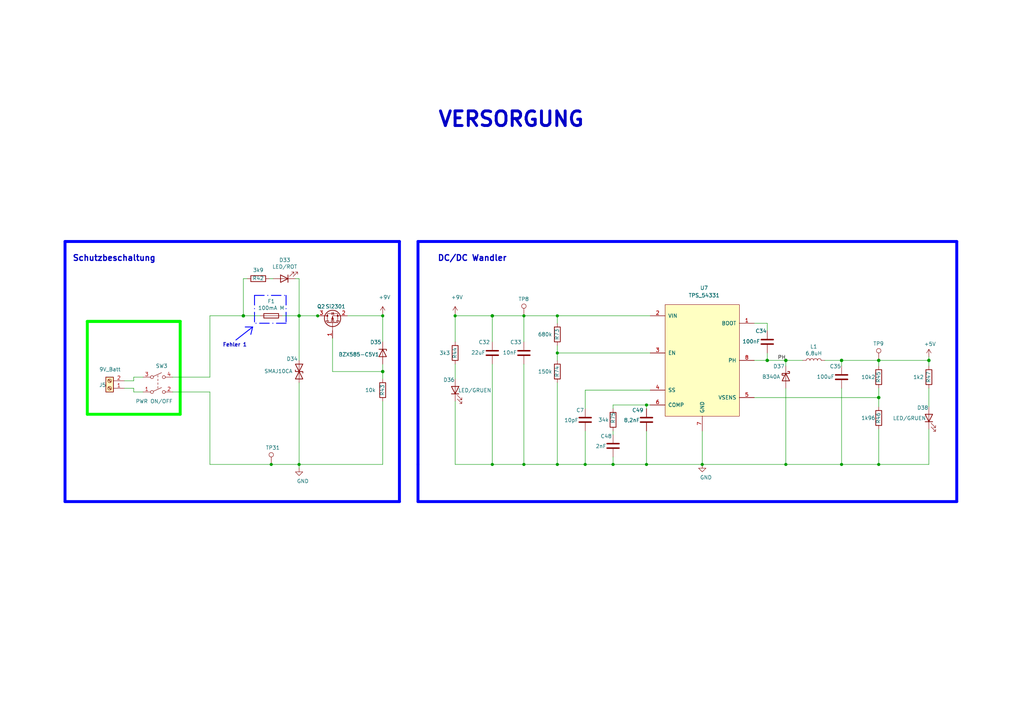
<source format=kicad_sch>
(kicad_sch (version 20210126) (generator eeschema)
  (paper "User" 350.012 247.498)
  (title_block (title "Kabeltester") (company "BMK Group") (comment 1 "Erstellt: Maximilian Hoffmann") (comment 2 "Geprüft: Robert Schulz"))
  (lib_symbols
    (symbol "Connector:TestPoint" (pin_numbers hide) (pin_names (offset 0.762) hide)
      (property "Reference" "TP" (at 0 6.858 0))
      (property "Value" "TestPoint" (at 0 5.08 0))
      (symbol "TestPoint_0_1"
        (circle (center 0 3.302) (radius 0.762))
      )
      (symbol "TestPoint_1_1"
        (pin passive line (at 0 0 90) (length 2.54) (name "1") (number "1"))
      )
    )
    (symbol "Connector_-_Kopie:Screw_Terminal_01x02" (pin_names (offset 1.016) hide)
      (property "Reference" "J" (at 0 2.54 0))
      (property "Value" "Screw_Terminal_01x02" (at 0 -5.08 0))
      (symbol "Screw_Terminal_01x02_1_1"
        (circle (center 0 -2.54) (radius 0.635) (stroke (width 0.1524)))
        (circle (center 0 0) (radius 0.635) (stroke (width 0.1524)))
        (rectangle (start -1.27 1.27) (end 1.27 -3.81) (stroke (width 0.254)) (fill (type background)))
        (polyline (pts (xy -0.5334 -2.2098) (xy 0.3302 -3.048)) (stroke (width 0.1524)))
        (polyline (pts (xy -0.5334 0.3302) (xy 0.3302 -0.508)) (stroke (width 0.1524)))
        (polyline (pts (xy -0.3556 -2.032) (xy 0.508 -2.8702)) (stroke (width 0.1524)))
        (polyline (pts (xy -0.3556 0.508) (xy 0.508 -0.3302)) (stroke (width 0.1524)))
        (pin passive line (at -5.08 0 0) (length 3.81) (name "Pin_1") (number "1"))
        (pin passive line (at -5.08 -2.54 0) (length 3.81) (name "Pin_2") (number "2"))
      )
    )
    (symbol "Device:C" (pin_numbers hide) (pin_names (offset 0.254))
      (property "Reference" "C" (at 0.635 2.54 0))
      (property "Value" "C" (at 0.635 -2.54 0))
      (symbol "C_0_1"
        (polyline (pts (xy -2.032 -0.762) (xy 2.032 -0.762)) (stroke (width 0.508)))
        (polyline (pts (xy -2.032 0.762) (xy 2.032 0.762)) (stroke (width 0.508)))
      )
      (symbol "C_1_1"
        (pin passive line (at 0 3.81 270) (length 2.794) (name "~") (number "1"))
        (pin passive line (at 0 -3.81 90) (length 2.794) (name "~") (number "2"))
      )
    )
    (symbol "Device:C_1" (pin_numbers hide) (pin_names (offset 0.254))
      (property "Reference" "C" (at 0.635 2.54 0))
      (property "Value" "C" (at 0.635 -2.54 0))
      (symbol "C_1_0_1"
        (polyline (pts (xy -2.032 -0.762) (xy 2.032 -0.762)) (stroke (width 0.508)))
        (polyline (pts (xy -2.032 0.762) (xy 2.032 0.762)) (stroke (width 0.508)))
      )
      (symbol "C_1_1_1"
        (pin passive line (at 0 3.81 270) (length 2.794) (name "~") (number "1"))
        (pin passive line (at 0 -3.81 90) (length 2.794) (name "~") (number "2"))
      )
    )
    (symbol "Device:C_2" (pin_numbers hide) (pin_names (offset 0.254))
      (property "Reference" "C" (at 0.635 2.54 0))
      (property "Value" "C" (at 0.635 -2.54 0))
      (symbol "C_2_0_1"
        (polyline (pts (xy -2.032 -0.762) (xy 2.032 -0.762)) (stroke (width 0.508)))
        (polyline (pts (xy -2.032 0.762) (xy 2.032 0.762)) (stroke (width 0.508)))
      )
      (symbol "C_2_1_1"
        (pin passive line (at 0 3.81 270) (length 2.794) (name "~") (number "1"))
        (pin passive line (at 0 -3.81 90) (length 2.794) (name "~") (number "2"))
      )
    )
    (symbol "Device:C_3" (pin_numbers hide) (pin_names (offset 0.254))
      (property "Reference" "C" (at 0.635 2.54 0))
      (property "Value" "C" (at 0.635 -2.54 0))
      (symbol "C_3_0_1"
        (polyline (pts (xy -2.032 -0.762) (xy 2.032 -0.762)) (stroke (width 0.508)))
        (polyline (pts (xy -2.032 0.762) (xy 2.032 0.762)) (stroke (width 0.508)))
      )
      (symbol "C_3_1_1"
        (pin passive line (at 0 3.81 270) (length 2.794) (name "~") (number "1"))
        (pin passive line (at 0 -3.81 90) (length 2.794) (name "~") (number "2"))
      )
    )
    (symbol "Device:C_4" (pin_numbers hide) (pin_names (offset 0.254))
      (property "Reference" "C" (at 0.635 2.54 0))
      (property "Value" "C" (at 0.635 -2.54 0))
      (symbol "C_4_0_1"
        (polyline (pts (xy -2.032 -0.762) (xy 2.032 -0.762)) (stroke (width 0.508)))
        (polyline (pts (xy -2.032 0.762) (xy 2.032 0.762)) (stroke (width 0.508)))
      )
      (symbol "C_4_1_1"
        (pin passive line (at 0 3.81 270) (length 2.794) (name "~") (number "1"))
        (pin passive line (at 0 -3.81 90) (length 2.794) (name "~") (number "2"))
      )
    )
    (symbol "Device:C_5" (pin_numbers hide) (pin_names (offset 0.254))
      (property "Reference" "C" (at 0.635 2.54 0))
      (property "Value" "C" (at 0.635 -2.54 0))
      (symbol "C_5_0_1"
        (polyline (pts (xy -2.032 -0.762) (xy 2.032 -0.762)) (stroke (width 0.508)))
        (polyline (pts (xy -2.032 0.762) (xy 2.032 0.762)) (stroke (width 0.508)))
      )
      (symbol "C_5_1_1"
        (pin passive line (at 0 3.81 270) (length 2.794) (name "~") (number "1"))
        (pin passive line (at 0 -3.81 90) (length 2.794) (name "~") (number "2"))
      )
    )
    (symbol "Device:C_6" (pin_numbers hide) (pin_names (offset 0.254))
      (property "Reference" "C" (at 0.635 2.54 0))
      (property "Value" "C" (at 0.635 -2.54 0))
      (symbol "C_6_0_1"
        (polyline (pts (xy -2.032 -0.762) (xy 2.032 -0.762)) (stroke (width 0.508)))
        (polyline (pts (xy -2.032 0.762) (xy 2.032 0.762)) (stroke (width 0.508)))
      )
      (symbol "C_6_1_1"
        (pin passive line (at 0 3.81 270) (length 2.794) (name "~") (number "1"))
        (pin passive line (at 0 -3.81 90) (length 2.794) (name "~") (number "2"))
      )
    )
    (symbol "Device:D_Schottky" (pin_numbers hide) (pin_names (offset 1.016) hide)
      (property "Reference" "D" (at 0 2.54 0))
      (property "Value" "D_Schottky" (at 0 -2.54 0))
      (symbol "D_Schottky_0_1"
        (polyline (pts (xy 1.27 0) (xy -1.27 0)))
        (polyline (pts (xy 1.27 1.27) (xy 1.27 -1.27) (xy -1.27 0) (xy 1.27 1.27)) (stroke (width 0.254)))
        (polyline (pts (xy -1.905 0.635) (xy -1.905 1.27) (xy -1.27 1.27) (xy -1.27 -1.27) (xy -0.635 -1.27) (xy -0.635 -0.635)) (stroke (width 0.254)))
      )
      (symbol "D_Schottky_1_1"
        (pin passive line (at -3.81 0 0) (length 2.54) (name "K") (number "1"))
        (pin passive line (at 3.81 0 180) (length 2.54) (name "A") (number "2"))
      )
    )
    (symbol "Device:D_TVS" (pin_numbers hide) (pin_names (offset 1.016) hide)
      (property "Reference" "D" (at 0 2.54 0))
      (property "Value" "D_TVS" (at 0 -2.54 0))
      (symbol "D_TVS_0_1"
        (polyline (pts (xy 1.27 0) (xy -1.27 0)))
        (polyline (pts (xy 0.508 1.27) (xy 0 1.27) (xy 0 -1.27) (xy -0.508 -1.27)) (stroke (width 0.254)))
        (polyline (pts (xy -2.54 1.27) (xy -2.54 -1.27) (xy 2.54 1.27) (xy 2.54 -1.27) (xy -2.54 1.27)) (stroke (width 0.254)))
      )
      (symbol "D_TVS_1_1"
        (pin passive line (at -3.81 0 0) (length 2.54) (name "A1") (number "1"))
        (pin passive line (at 3.81 0 180) (length 2.54) (name "A2") (number "2"))
      )
    )
    (symbol "Device:Fuse" (pin_numbers hide) (pin_names (offset 0))
      (property "Reference" "F" (at 2.032 0 90))
      (property "Value" "Fuse" (at -1.905 0 90))
      (symbol "Fuse_0_1"
        (rectangle (start -0.762 -2.54) (end 0.762 2.54) (stroke (width 0.254)))
        (polyline (pts (xy 0 2.54) (xy 0 -2.54)))
      )
      (symbol "Fuse_1_1"
        (pin passive line (at 0 3.81 270) (length 1.27) (name "~") (number "1"))
        (pin passive line (at 0 -3.81 90) (length 1.27) (name "~") (number "2"))
      )
    )
    (symbol "Device:L" (pin_numbers hide) (pin_names (offset 1.016) hide)
      (property "Reference" "L" (at -1.27 0 90))
      (property "Value" "L" (at 1.905 0 90))
      (symbol "L_0_1"
        (arc (start 0 -2.54) (end 0 -1.27) (radius (at 0 -1.905) (length 0.635) (angles -89.9 89.9)))
        (arc (start 0 -1.27) (end 0 0) (radius (at 0 -0.635) (length 0.635) (angles -89.9 89.9)))
        (arc (start 0 0) (end 0 1.27) (radius (at 0 0.635) (length 0.635) (angles -89.9 89.9)))
        (arc (start 0 1.27) (end 0 2.54) (radius (at 0 1.905) (length 0.635) (angles -89.9 89.9)))
      )
      (symbol "L_1_1"
        (pin passive line (at 0 3.81 270) (length 1.27) (name "1") (number "1"))
        (pin passive line (at 0 -3.81 90) (length 1.27) (name "2") (number "2"))
      )
    )
    (symbol "Device:LED" (pin_numbers hide) (pin_names (offset 1.016) hide)
      (property "Reference" "D" (at 0 2.54 0))
      (property "Value" "LED" (at 0 -2.54 0))
      (symbol "LED_0_1"
        (polyline (pts (xy -1.27 -1.27) (xy -1.27 1.27)) (stroke (width 0.254)))
        (polyline (pts (xy -1.27 0) (xy 1.27 0)))
        (polyline (pts (xy 1.27 -1.27) (xy 1.27 1.27) (xy -1.27 0) (xy 1.27 -1.27)) (stroke (width 0.254)))
        (polyline (pts (xy -3.048 -0.762) (xy -4.572 -2.286) (xy -3.81 -2.286) (xy -4.572 -2.286) (xy -4.572 -1.524)))
        (polyline (pts (xy -1.778 -0.762) (xy -3.302 -2.286) (xy -2.54 -2.286) (xy -3.302 -2.286) (xy -3.302 -1.524)))
      )
      (symbol "LED_1_1"
        (pin passive line (at -3.81 0 0) (length 2.54) (name "K") (number "1"))
        (pin passive line (at 3.81 0 180) (length 2.54) (name "A") (number "2"))
      )
    )
    (symbol "Device:R" (pin_numbers hide) (pin_names (offset 0))
      (property "Reference" "R" (at 2.032 0 90))
      (property "Value" "R" (at 0 0 90))
      (symbol "R_0_1"
        (rectangle (start -1.016 -2.54) (end 1.016 2.54) (stroke (width 0.254)))
      )
      (symbol "R_1_1"
        (pin passive line (at 0 3.81 270) (length 1.27) (name "~") (number "1"))
        (pin passive line (at 0 -3.81 90) (length 1.27) (name "~") (number "2"))
      )
    )
    (symbol "Device:R_1" (pin_numbers hide) (pin_names (offset 0))
      (property "Reference" "R" (at 2.032 0 90))
      (property "Value" "R" (at 0 0 90))
      (symbol "R_1_0_1"
        (rectangle (start -1.016 -2.54) (end 1.016 2.54) (stroke (width 0.254)))
      )
      (symbol "R_1_1_1"
        (pin passive line (at 0 3.81 270) (length 1.27) (name "~") (number "1"))
        (pin passive line (at 0 -3.81 90) (length 1.27) (name "~") (number "2"))
      )
    )
    (symbol "Device:R_2" (pin_numbers hide) (pin_names (offset 0))
      (property "Reference" "R" (at 2.032 0 90))
      (property "Value" "R" (at 0 0 90))
      (symbol "R_2_0_1"
        (rectangle (start -1.016 -2.54) (end 1.016 2.54) (stroke (width 0.254)))
      )
      (symbol "R_2_1_1"
        (pin passive line (at 0 3.81 270) (length 1.27) (name "~") (number "1"))
        (pin passive line (at 0 -3.81 90) (length 1.27) (name "~") (number "2"))
      )
    )
    (symbol "Device:R_3" (pin_numbers hide) (pin_names (offset 0))
      (property "Reference" "R" (at 2.032 0 90))
      (property "Value" "R" (at 0 0 90))
      (symbol "R_3_0_1"
        (rectangle (start -1.016 -2.54) (end 1.016 2.54) (stroke (width 0.254)))
      )
      (symbol "R_3_1_1"
        (pin passive line (at 0 3.81 270) (length 1.27) (name "~") (number "1"))
        (pin passive line (at 0 -3.81 90) (length 1.27) (name "~") (number "2"))
      )
    )
    (symbol "Device:R_4" (pin_numbers hide) (pin_names (offset 0))
      (property "Reference" "R" (at 2.032 0 90))
      (property "Value" "R" (at 0 0 90))
      (symbol "R_4_0_1"
        (rectangle (start -1.016 -2.54) (end 1.016 2.54) (stroke (width 0.254)))
      )
      (symbol "R_4_1_1"
        (pin passive line (at 0 3.81 270) (length 1.27) (name "~") (number "1"))
        (pin passive line (at 0 -3.81 90) (length 1.27) (name "~") (number "2"))
      )
    )
    (symbol "Device:R_5" (pin_numbers hide) (pin_names (offset 0))
      (property "Reference" "R" (at 2.032 0 90))
      (property "Value" "R" (at 0 0 90))
      (symbol "R_5_0_1"
        (rectangle (start -1.016 -2.54) (end 1.016 2.54) (stroke (width 0.254)))
      )
      (symbol "R_5_1_1"
        (pin passive line (at 0 3.81 270) (length 1.27) (name "~") (number "1"))
        (pin passive line (at 0 -3.81 90) (length 1.27) (name "~") (number "2"))
      )
    )
    (symbol "Device:R_6" (pin_numbers hide) (pin_names (offset 0))
      (property "Reference" "R" (at 2.032 0 90))
      (property "Value" "R" (at 0 0 90))
      (symbol "R_6_0_1"
        (rectangle (start -1.016 -2.54) (end 1.016 2.54) (stroke (width 0.254)))
      )
      (symbol "R_6_1_1"
        (pin passive line (at 0 3.81 270) (length 1.27) (name "~") (number "1"))
        (pin passive line (at 0 -3.81 90) (length 1.27) (name "~") (number "2"))
      )
    )
    (symbol "Device:R_7" (pin_numbers hide) (pin_names (offset 0))
      (property "Reference" "R" (at 2.032 0 90))
      (property "Value" "R" (at 0 0 90))
      (symbol "R_7_0_1"
        (rectangle (start -1.016 -2.54) (end 1.016 2.54) (stroke (width 0.254)))
      )
      (symbol "R_7_1_1"
        (pin passive line (at 0 3.81 270) (length 1.27) (name "~") (number "1"))
        (pin passive line (at 0 -3.81 90) (length 1.27) (name "~") (number "2"))
      )
    )
    (symbol "Device:R_8" (pin_numbers hide) (pin_names (offset 0))
      (property "Reference" "R" (at 2.032 0 90))
      (property "Value" "R" (at 0 0 90))
      (symbol "R_8_0_1"
        (rectangle (start -1.016 -2.54) (end 1.016 2.54) (stroke (width 0.254)))
      )
      (symbol "R_8_1_1"
        (pin passive line (at 0 3.81 270) (length 1.27) (name "~") (number "1"))
        (pin passive line (at 0 -3.81 90) (length 1.27) (name "~") (number "2"))
      )
    )
    (symbol "Diode:ZPDxx" (pin_numbers hide) (pin_names (offset 1.016) hide)
      (property "Reference" "D" (at 0 2.54 0))
      (property "Value" "ZPDxx" (at 0 -2.54 0))
      (symbol "ZPDxx_0_1"
        (polyline (pts (xy 1.27 0) (xy -1.27 0)))
        (polyline (pts (xy -1.27 -1.27) (xy -1.27 1.27) (xy -0.762 1.27)) (stroke (width 0.254)))
        (polyline (pts (xy 1.27 -1.27) (xy 1.27 1.27) (xy -1.27 0) (xy 1.27 -1.27)) (stroke (width 0.254)))
      )
      (symbol "ZPDxx_1_1"
        (pin passive line (at -3.81 0 0) (length 2.54) (name "K") (number "1"))
        (pin passive line (at 3.81 0 180) (length 2.54) (name "A") (number "2"))
      )
    )
    (symbol "Kabeltester:TPS_54331" (pin_names (offset 1.016))
      (property "Reference" "U" (at 0 24.13 0))
      (property "Value" "TPS_54331" (at 0 20.955 0))
      (symbol "TPS_54331_0_1"
        (rectangle (start -12.7 19.05) (end 12.7 -19.05) (fill (type background)))
      )
      (symbol "TPS_54331_1_1"
        (pin bidirectional line (at 17.78 12.7 180) (length 5.08) (name "BOOT") (number "1"))
        (pin bidirectional line (at -17.78 15.24 0) (length 5.08) (name "VIN") (number "2"))
        (pin bidirectional line (at -17.78 2.54 0) (length 5.08) (name "EN") (number "3"))
        (pin bidirectional line (at -17.78 -10.16 0) (length 5.08) (name "SS") (number "4"))
        (pin bidirectional line (at 17.78 -12.7 180) (length 5.08) (name "VSENS") (number "5"))
        (pin bidirectional line (at -17.78 -15.24 0) (length 5.08) (name "COMP") (number "6"))
        (pin bidirectional line (at 0 -24.13 90) (length 5.08) (name "GND") (number "7"))
        (pin bidirectional line (at 17.78 0 180) (length 5.08) (name "PH") (number "8"))
      )
    )
    (symbol "Switch:SW_DPST" (pin_names (offset 0) hide)
      (property "Reference" "SW" (at 0 5.08 0))
      (property "Value" "SW_DPST" (at 0 -5.08 0))
      (symbol "SW_DPST_0_0"
        (circle (center -2.032 -2.54) (radius 0.508))
        (circle (center -2.032 2.54) (radius 0.508))
        (circle (center 2.032 -2.54) (radius 0.508))
        (circle (center 2.032 2.54) (radius 0.508))
        (polyline (pts (xy -1.524 -2.286) (xy 1.27 -1.016)))
        (polyline (pts (xy -1.524 2.794) (xy 1.27 4.064)))
        (polyline (pts (xy 0 -1.27) (xy 0 -0.635)))
        (polyline (pts (xy 0 0) (xy 0 0.635)))
        (polyline (pts (xy 0 1.27) (xy 0 1.905)))
        (polyline (pts (xy 0 2.54) (xy 0 3.175)))
      )
      (symbol "SW_DPST_1_1"
        (pin passive line (at -5.08 -2.54 0) (length 2.54) (name "1") (number "1"))
        (pin passive line (at 5.08 -2.54 180) (length 2.54) (name "2") (number "2"))
        (pin passive line (at -5.08 2.54 0) (length 2.54) (name "3") (number "3"))
        (pin passive line (at 5.08 2.54 180) (length 2.54) (name "4") (number "4"))
      )
    )
    (symbol "Transistor_FET:Si2371EDS" (pin_names hide)
      (property "Reference" "Q" (at 5.08 1.905 0))
      (property "Value" "Si2371EDS" (at 5.08 0 0))
      (symbol "Si2371EDS_0_1"
        (circle (center 1.651 0) (radius 2.794) (stroke (width 0.254)))
        (circle (center 2.54 -1.778) (radius 0.254) (fill (type outline)))
        (circle (center 2.54 1.778) (radius 0.254) (fill (type outline)))
        (polyline (pts (xy 0.254 0) (xy -2.54 0)))
        (polyline (pts (xy 0.254 1.905) (xy 0.254 -1.905)) (stroke (width 0.254)))
        (polyline (pts (xy 0.762 -1.27) (xy 0.762 -2.286)) (stroke (width 0.254)))
        (polyline (pts (xy 0.762 0.508) (xy 0.762 -0.508)) (stroke (width 0.254)))
        (polyline (pts (xy 0.762 2.286) (xy 0.762 1.27)) (stroke (width 0.254)))
        (polyline (pts (xy 2.54 2.54) (xy 2.54 1.778)))
        (polyline (pts (xy 2.54 -2.54) (xy 2.54 0) (xy 0.762 0)))
        (polyline (pts (xy 0.762 1.778) (xy 3.302 1.778) (xy 3.302 -1.778) (xy 0.762 -1.778)))
        (polyline (pts (xy 2.286 0) (xy 1.27 0.381) (xy 1.27 -0.381) (xy 2.286 0)) (fill (type outline)))
        (polyline (pts (xy 2.794 -0.508) (xy 2.921 -0.381) (xy 3.683 -0.381) (xy 3.81 -0.254)))
        (polyline (pts (xy 3.302 -0.381) (xy 2.921 0.254) (xy 3.683 0.254) (xy 3.302 -0.381)))
      )
      (symbol "Si2371EDS_1_1"
        (pin input line (at -5.08 0 0) (length 2.54) (name "G") (number "1"))
        (pin passive line (at 2.54 -5.08 90) (length 2.54) (name "S") (number "2"))
        (pin passive line (at 2.54 5.08 270) (length 2.54) (name "D") (number "3"))
      )
    )
    (symbol "power:+5V" (power) (pin_names (offset 0))
      (property "Value" "+5V" (at 0 3.556 0))
      (symbol "+5V_0_1"
        (polyline (pts (xy -0.762 1.27) (xy 0 2.54)))
        (polyline (pts (xy 0 0) (xy 0 2.54)))
        (polyline (pts (xy 0 2.54) (xy 0.762 1.27)))
      )
      (symbol "+5V_1_1"
        (pin power_in line (at 0 0 90) (length 0) hide (name "+5V") (number "1"))
      )
    )
    (symbol "power:+9V" (power) (pin_names (offset 0))
      (property "Value" "+9V" (at 0 3.556 0))
      (symbol "+9V_0_1"
        (polyline (pts (xy -0.762 1.27) (xy 0 2.54)))
        (polyline (pts (xy 0 0) (xy 0 2.54)))
        (polyline (pts (xy 0 2.54) (xy 0.762 1.27)))
      )
      (symbol "+9V_1_1"
        (pin power_in line (at 0 0 90) (length 0) hide (name "+9V") (number "1"))
      )
    )
    (symbol "power:GND" (power) (pin_names (offset 0))
      (property "Value" "GND" (at 0 -3.81 0))
      (symbol "GND_0_1"
        (polyline (pts (xy 0 0) (xy 0 -1.27) (xy 1.27 -1.27) (xy 0 -2.54) (xy -1.27 -1.27) (xy 0 -1.27)))
      )
      (symbol "GND_1_1"
        (pin power_in line (at 0 0 270) (length 0) hide (name "GND") (number "1"))
      )
    )
  )
  (junction (at 83.185 107.95) (diameter 1.016))
  (junction (at 92.71 158.75) (diameter 0.9144))
  (junction (at 102.235 107.95) (diameter 1.016))
  (junction (at 102.235 158.75) (diameter 0.9144))
  (junction (at 108.585 107.95) (diameter 0.9144))
  (junction (at 130.81 107.95) (diameter 0.9144))
  (junction (at 130.81 127) (diameter 1.016))
  (junction (at 155.575 107.95) (diameter 0.9144))
  (junction (at 168.275 107.95) (diameter 1.016))
  (junction (at 168.275 158.75) (diameter 0.9144))
  (junction (at 179.07 107.95) (diameter 0.9144))
  (junction (at 179.07 158.75) (diameter 0.9144))
  (junction (at 190.5 107.95) (diameter 0.9144))
  (junction (at 190.5 120.65) (diameter 0.9144))
  (junction (at 190.5 158.75) (diameter 0.9144))
  (junction (at 200.025 158.75) (diameter 0.9144))
  (junction (at 209.55 158.75) (diameter 0.9144))
  (junction (at 220.98 138.43) (diameter 0.9144))
  (junction (at 220.98 158.75) (diameter 0.9144))
  (junction (at 240.03 158.75) (diameter 0.9144))
  (junction (at 262.255 123.19) (diameter 1.016))
  (junction (at 268.605 123.19) (diameter 1.016))
  (junction (at 268.605 158.75) (diameter 0.9144))
  (junction (at 287.655 123.19) (diameter 1.016))
  (junction (at 287.655 158.75) (diameter 0.9144))
  (junction (at 300.355 123.19) (diameter 1.016))
  (junction (at 300.355 135.89) (diameter 1.016))
  (junction (at 300.355 158.75) (diameter 0.9144))
  (junction (at 317.5 123.19) (diameter 1.016))
  (wire (pts (xy 42.545 130.175) (xy 45.72 130.175)))
  (wire (pts (xy 42.545 132.715) (xy 45.72 132.715)))
  (wire (pts (xy 45.72 128.905) (xy 48.895 128.905)))
  (wire (pts (xy 45.72 130.175) (xy 45.72 128.905)))
  (wire (pts (xy 45.72 132.715) (xy 45.72 133.985)))
  (wire (pts (xy 45.72 133.985) (xy 48.895 133.985)))
  (wire (pts (xy 59.055 133.985) (xy 71.755 133.985)))
  (wire (pts (xy 71.755 107.95) (xy 71.755 128.905)))
  (wire (pts (xy 71.755 107.95) (xy 83.185 107.95)))
  (wire (pts (xy 71.755 128.905) (xy 59.055 128.905)))
  (wire (pts (xy 71.755 133.985) (xy 71.755 158.75)))
  (wire (pts (xy 71.755 158.75) (xy 92.71 158.75)))
  (wire (pts (xy 83.185 95.25) (xy 83.185 107.95)))
  (wire (pts (xy 83.185 107.95) (xy 88.9 107.95)))
  (wire (pts (xy 84.455 95.25) (xy 83.185 95.25)))
  (wire (pts (xy 92.075 95.25) (xy 93.345 95.25)))
  (wire (pts (xy 92.71 158.75) (xy 102.235 158.75)))
  (wire (pts (xy 96.52 107.95) (xy 102.235 107.95)))
  (wire (pts (xy 100.965 95.25) (xy 102.235 95.25)))
  (wire (pts (xy 102.235 95.25) (xy 102.235 107.95)))
  (wire (pts (xy 102.235 107.95) (xy 102.235 123.19)))
  (wire (pts (xy 102.235 107.95) (xy 108.585 107.95)))
  (wire (pts (xy 102.235 130.81) (xy 102.235 158.75)))
  (wire (pts (xy 102.235 158.75) (xy 102.235 160.02)))
  (wire (pts (xy 102.235 158.75) (xy 130.81 158.75)))
  (wire (pts (xy 108.585 107.95) (xy 109.22 107.95)))
  (wire (pts (xy 113.665 115.57) (xy 113.665 127)))
  (wire (pts (xy 113.665 127) (xy 130.81 127)))
  (wire (pts (xy 118.745 107.95) (xy 130.81 107.95)))
  (wire (pts (xy 130.81 107.315) (xy 130.81 107.95)))
  (wire (pts (xy 130.81 116.84) (xy 130.81 107.95)))
  (wire (pts (xy 130.81 124.46) (xy 130.81 127)))
  (wire (pts (xy 130.81 127) (xy 130.81 129.54)))
  (wire (pts (xy 130.81 137.16) (xy 130.81 158.75)))
  (wire (pts (xy 155.575 107.315) (xy 155.575 107.95)))
  (wire (pts (xy 155.575 107.95) (xy 168.275 107.95)))
  (wire (pts (xy 155.575 116.84) (xy 155.575 107.95)))
  (wire (pts (xy 155.575 124.46) (xy 155.575 129.54)))
  (wire (pts (xy 155.575 137.16) (xy 155.575 158.75)))
  (wire (pts (xy 155.575 158.75) (xy 168.275 158.75)))
  (wire (pts (xy 168.275 107.95) (xy 179.07 107.95)))
  (wire (pts (xy 168.275 116.84) (xy 168.275 107.95)))
  (wire (pts (xy 168.275 124.46) (xy 168.275 158.75)))
  (wire (pts (xy 168.275 158.75) (xy 179.07 158.75)))
  (wire (pts (xy 179.07 107.95) (xy 190.5 107.95)))
  (wire (pts (xy 179.07 116.84) (xy 179.07 107.95)))
  (wire (pts (xy 179.07 124.46) (xy 179.07 158.75)))
  (wire (pts (xy 179.07 158.75) (xy 190.5 158.75)))
  (wire (pts (xy 190.5 107.95) (xy 190.5 110.49)))
  (wire (pts (xy 190.5 107.95) (xy 222.25 107.95)))
  (wire (pts (xy 190.5 118.11) (xy 190.5 120.65)))
  (wire (pts (xy 190.5 120.65) (xy 190.5 123.19)))
  (wire (pts (xy 190.5 120.65) (xy 222.25 120.65)))
  (wire (pts (xy 190.5 130.81) (xy 190.5 158.75)))
  (wire (pts (xy 190.5 158.75) (xy 200.025 158.75)))
  (wire (pts (xy 200.025 133.35) (xy 200.025 139.7)))
  (wire (pts (xy 200.025 133.35) (xy 222.25 133.35)))
  (wire (pts (xy 200.025 147.32) (xy 200.025 158.75)))
  (wire (pts (xy 200.025 158.75) (xy 209.55 158.75)))
  (wire (pts (xy 209.55 138.43) (xy 209.55 139.7)))
  (wire (pts (xy 209.55 138.43) (xy 220.98 138.43)))
  (wire (pts (xy 209.55 147.32) (xy 209.55 148.59)))
  (wire (pts (xy 209.55 156.21) (xy 209.55 158.75)))
  (wire (pts (xy 209.55 158.75) (xy 220.98 158.75)))
  (wire (pts (xy 220.98 138.43) (xy 220.98 139.7)))
  (wire (pts (xy 220.98 138.43) (xy 222.25 138.43)))
  (wire (pts (xy 220.98 147.32) (xy 220.98 158.75)))
  (wire (pts (xy 220.98 158.75) (xy 240.03 158.75)))
  (wire (pts (xy 240.03 147.32) (xy 240.03 158.75)))
  (wire (pts (xy 257.81 110.49) (xy 262.255 110.49)))
  (wire (pts (xy 257.81 123.19) (xy 262.255 123.19)))
  (wire (pts (xy 257.81 135.89) (xy 300.355 135.89)))
  (wire (pts (xy 262.255 110.49) (xy 262.255 113.03)))
  (wire (pts (xy 262.255 123.19) (xy 262.255 120.65)))
  (wire (pts (xy 268.605 123.19) (xy 262.255 123.19)))
  (wire (pts (xy 268.605 123.19) (xy 274.32 123.19)))
  (wire (pts (xy 268.605 125.095) (xy 268.605 123.19)))
  (wire (pts (xy 268.605 132.715) (xy 268.605 158.75)))
  (wire (pts (xy 268.605 158.75) (xy 240.03 158.75)))
  (wire (pts (xy 268.605 158.75) (xy 287.655 158.75)))
  (wire (pts (xy 281.94 123.19) (xy 287.655 123.19)))
  (wire (pts (xy 287.655 123.19) (xy 287.655 125.095)))
  (wire (pts (xy 287.655 132.715) (xy 287.655 158.75)))
  (wire (pts (xy 287.655 158.75) (xy 300.355 158.75)))
  (wire (pts (xy 300.355 123.19) (xy 287.655 123.19)))
  (wire (pts (xy 300.355 123.19) (xy 317.5 123.19)))
  (wire (pts (xy 300.355 125.095) (xy 300.355 123.19)))
  (wire (pts (xy 300.355 132.715) (xy 300.355 135.89)))
  (wire (pts (xy 300.355 135.89) (xy 300.355 139.065)))
  (wire (pts (xy 300.355 146.685) (xy 300.355 158.75)))
  (wire (pts (xy 300.355 158.75) (xy 317.5 158.75)))
  (wire (pts (xy 317.5 121.92) (xy 317.5 123.19)))
  (wire (pts (xy 317.5 125.095) (xy 317.5 123.19)))
  (wire (pts (xy 317.5 132.715) (xy 317.5 139.065)))
  (wire (pts (xy 317.5 146.685) (xy 317.5 158.75)))
  (polyline (pts (xy 22.225 82.55) (xy 22.225 171.45)) (stroke (width 1) (type solid) (color 0 0 255 1)))
  (polyline (pts (xy 22.225 171.45) (xy 136.525 171.45)) (stroke (width 1) (type solid) (color 0 0 255 1)))
  (polyline (pts (xy 29.845 109.855) (xy 61.595 109.855)) (stroke (width 1) (type solid) (color 0 255 0 1)))
  (polyline (pts (xy 29.845 141.605) (xy 29.845 109.855)) (stroke (width 1) (type solid) (color 0 255 0 1)))
  (polyline (pts (xy 29.845 141.605) (xy 61.595 141.605)) (stroke (width 1) (type solid) (color 0 255 0 1)))
  (polyline (pts (xy 61.595 109.855) (xy 29.845 109.855)) (stroke (width 1) (type solid) (color 0 255 0 1)))
  (polyline (pts (xy 61.595 141.605) (xy 61.595 109.855)) (stroke (width 1) (type solid) (color 0 255 0 1)))
  (polyline (pts (xy 80.645 116.205) (xy 86.36 111.76)) (stroke (width 0.3) (type solid) (color 0 0 255 1)))
  (polyline (pts (xy 85.725 114.3) (xy 86.36 111.76)) (stroke (width 0.3) (type solid) (color 0 0 255 1)))
  (polyline (pts (xy 86.36 111.76) (xy 83.82 111.76)) (stroke (width 0.3) (type solid) (color 0 0 255 1)))
  (polyline (pts (xy 86.995 100.965) (xy 86.995 110.49)) (stroke (width 0.3) (type dash_dot) (color 0 0 255 1)))
  (polyline (pts (xy 86.995 100.965) (xy 97.79 100.965)) (stroke (width 0.3) (type dash_dot) (color 0 0 255 1)))
  (polyline (pts (xy 97.79 100.965) (xy 97.79 110.49)) (stroke (width 0.3) (type dash_dot) (color 0 0 255 1)))
  (polyline (pts (xy 97.79 110.49) (xy 86.995 110.49)) (stroke (width 0.3) (type dash_dot) (color 0 0 255 1)))
  (polyline (pts (xy 136.525 82.55) (xy 22.225 82.55)) (stroke (width 1) (type solid) (color 0 0 255 1)))
  (polyline (pts (xy 136.525 171.45) (xy 136.525 82.55)) (stroke (width 1) (type solid) (color 0 0 255 1)))
  (polyline (pts (xy 142.875 82.55) (xy 142.875 158.75)) (stroke (width 1) (type solid) (color 0 0 255 1)))
  (polyline (pts (xy 142.875 82.55) (xy 327.025 82.55)) (stroke (width 1) (type solid) (color 0 0 255 1)))
  (polyline (pts (xy 142.875 158.75) (xy 142.875 171.45)) (stroke (width 1) (type solid) (color 0 0 255 1)))
  (polyline (pts (xy 142.875 171.45) (xy 327.025 171.45)) (stroke (width 1) (type solid) (color 0 0 255 1)))
  (polyline (pts (xy 327.025 171.45) (xy 327.025 82.55)) (stroke (width 1) (type solid) (color 0 0 255 1)))
  (text "Schutzbeschaltung" (at 53.34 89.535 180) (effects (font (size 2 2) (thickness 0.4) bold) (justify right bottom)))
  (text "Fehler 1" (at 84.455 118.745 180) (effects (font (size 1.27 1.27) (thickness 0.254) bold) (justify right bottom)))
  (text "DC/DC Wandler\n" (at 173.355 89.535 180) (effects (font (size 2 2) (thickness 0.4) bold) (justify right bottom)))
  (text "VERSORGUNG\n" (at 200.025 43.815 180) (effects (font (size 5 5) (thickness 1) bold) (justify right bottom)))
  (label "PH" (at 268.605 123.19 180))
  (symbol (lib_id "Connector:TestPoint") (at 92.71 158.75 0) (unit 1)
    (property "Reference" "TP31" (at 90.805 153.035 0) (effects (justify left)))
    (property "Value" "TestPoint" (effects hide))
    (property "Footprint" "TestPoint:TestPoint_Pad_D1.0mm" (effects hide))
    (property "BMK-Nr" "-" (effects hide))
    (property "Mouser" "-" (effects hide))
  )
  (symbol (lib_id "Connector:TestPoint") (at 179.07 107.95 0) (unit 1)
    (property "Reference" "TP8" (at 177.165 102.235 0) (effects (justify left)))
    (property "Value" "TestPoint" (effects hide))
    (property "Footprint" "TestPoint:TestPoint_Pad_D1.0mm" (effects hide))
    (property "BMK-Nr" "-" (effects hide))
    (property "Mouser" "-" (effects hide))
  )
  (symbol (lib_id "Connector:TestPoint") (at 300.355 123.19 0) (unit 1)
    (property "Reference" "TP9" (at 298.45 117.475 0) (effects (justify left)))
    (property "Value" "TestPoint" (effects hide))
    (property "Footprint" "TestPoint:TestPoint_Pad_D1.0mm" (effects hide))
    (property "BMK-Nr" "-" (effects hide))
    (property "Mouser" "-" (effects hide))
  )
  (symbol (lib_id "power:+9V") (at 130.81 107.315 0) (unit 1)
    (property "Reference" "#PWR0126" (effects hide))
    (property "Value" "+9V" (at 131.445 101.6 0))
  )
  (symbol (lib_id "power:+9V") (at 155.575 107.315 0) (unit 1)
    (property "Reference" "#PWR0127" (effects hide))
    (property "Value" "+9V" (at 156.21 101.6 0))
  )
  (symbol (lib_id "power:+5V") (at 317.5 121.92 0) (unit 1)
    (property "Reference" "#PWR0111" (effects hide))
    (property "Value" "+5V" (at 317.8683 117.5956 0))
  )
  (symbol (lib_id "Device:L") (at 278.13 123.19 90) (unit 1)
    (property "Reference" "L1" (at 278.13 118.4718 90))
    (property "Value" "6,8uH" (at 278.13 120.771 90))
    (property "Footprint" "Inductor_SMD:L_7.3x7.3_H4.5" (effects hide))
    (property "BMK-Nr" "04-1025" (effects hide))
    (property "Mouser" "710-74477710" (effects hide))
  )
  (symbol (lib_id "power:GND") (at 102.235 160.02 0) (unit 1)
    (property "Reference" "#PWR0109" (effects hide))
    (property "Value" "GND" (at 103.505 164.465 0))
  )
  (symbol (lib_id "power:GND") (at 240.03 158.75 0) (unit 1)
    (property "Reference" "#PWR0110" (effects hide))
    (property "Value" "GND" (at 241.3 163.195 0))
  )
  (symbol (lib_id "Device:Fuse") (at 92.71 107.95 90) (unit 1)
    (property "Reference" "F1" (at 92.71 102.9778 90))
    (property "Value" "100mA M" (at 92.71 105.277 90))
    (property "Footprint" "Fuse:Fuse_1812_4532Metric_Pad1.30x3.40mm_HandSolder" (effects hide))
  )
  (symbol (lib_name "Device:R_1") (lib_id "Device:R") (at 88.265 95.25 90) (unit 1)
    (property "Reference" "R42" (at 88.265 95.1038 90))
    (property "Value" "3k9" (at 88.265 92.323 90))
    (property "Footprint" "Resistor_SMD:R_0603_1608Metric_Pad0.98x0.95mm_HandSolder" (effects hide))
    (property "BMK-Nr" "BS" (effects hide))
    (property "Mouser" "-" (effects hide))
  )
  (symbol (lib_name "Device:R_3") (lib_id "Device:R") (at 130.81 133.35 180) (unit 1)
    (property "Reference" "R43" (at 130.6638 133.35 90))
    (property "Value" "10k" (at 126.613 133.35 0))
    (property "Footprint" "Resistor_SMD:R_0603_1608Metric_Pad0.98x0.95mm_HandSolder" (effects hide))
    (property "BMK-Nr" "BS" (effects hide))
    (property "Mouser" "-" (effects hide))
  )
  (symbol (lib_name "Device:R_7") (lib_id "Device:R") (at 155.575 120.65 180) (unit 1)
    (property "Reference" "R44" (at 155.4288 120.65 90))
    (property "Value" "3k3" (at 152.012 120.65 0))
    (property "Footprint" "Resistor_SMD:R_0603_1608Metric_Pad0.98x0.95mm_HandSolder" (effects hide))
    (property "BMK-Nr" "BS" (effects hide))
    (property "Mouser" "-" (effects hide))
  )
  (symbol (lib_name "Device:R_8") (lib_id "Device:R") (at 190.5 114.3 180) (unit 1)
    (property "Reference" "R73" (at 190.3538 114.3 90))
    (property "Value" "680k" (at 186.302 114.3 0))
    (property "Footprint" "Resistor_SMD:R_0603_1608Metric_Pad0.98x0.95mm_HandSolder" (effects hide))
    (property "BMK-Nr" "BS" (effects hide))
    (property "Mouser" "-" (effects hide))
  )
  (symbol (lib_id "Device:R") (at 190.5 127 180) (unit 1)
    (property "Reference" "R74" (at 190.3538 127 90))
    (property "Value" "150k" (at 186.302 127 0))
    (property "Footprint" "Resistor_SMD:R_0603_1608Metric_Pad0.98x0.95mm_HandSolder" (effects hide))
    (property "BMK-Nr" "BS" (effects hide))
    (property "Mouser" "-" (effects hide))
  )
  (symbol (lib_name "Device:R_6") (lib_id "Device:R") (at 209.55 143.51 0) (unit 1)
    (property "Reference" "R75" (at 209.55 144.78 90) (effects (justify left)))
    (property "Value" "34k" (at 204.47 143.51 0) (effects (justify left)))
    (property "Footprint" "Resistor_SMD:R_0603_1608Metric_Pad0.98x0.95mm_HandSolder" (effects hide))
  )
  (symbol (lib_name "Device:R_4") (lib_id "Device:R") (at 300.355 128.905 180) (unit 1)
    (property "Reference" "R45" (at 300.2088 128.905 90))
    (property "Value" "10k2" (at 296.793 128.905 0))
    (property "Footprint" "Resistor_SMD:R_0603_1608Metric_Pad0.98x0.95mm_HandSolder" (effects hide))
    (property "BMK-Nr" "01-3584" (effects hide))
    (property "Mouser" "-" (effects hide))
  )
  (symbol (lib_name "Device:R_2") (lib_id "Device:R") (at 300.355 142.875 180) (unit 1)
    (property "Reference" "R46" (at 300.2088 142.875 90))
    (property "Value" "1k96" (at 296.793 142.875 0))
    (property "Footprint" "Resistor_SMD:R_0603_1608Metric_Pad0.98x0.95mm_HandSolder" (effects hide))
    (property "BMK-Nr" "01-6622" (effects hide))
    (property "Mouser" "-" (effects hide))
  )
  (symbol (lib_name "Device:R_5") (lib_id "Device:R") (at 317.5 128.905 180) (unit 1)
    (property "Reference" "R47" (at 317.3538 128.905 90))
    (property "Value" "1k2" (at 313.937 128.905 0))
    (property "Footprint" "Resistor_SMD:R_0603_1608Metric_Pad0.98x0.95mm_HandSolder" (effects hide))
    (property "BMK-Nr" "BS" (effects hide))
    (property "Mouser" "-" (effects hide))
  )
  (symbol (lib_id "Device:D_TVS") (at 102.235 127 270) (unit 1)
    (property "Reference" "D34" (at 97.9171 122.6756 90) (effects (justify left)))
    (property "Value" "SMAJ10CA" (at 90.297 126.879 90) (effects (justify left)))
    (property "Footprint" "Diode_SMD:D_SMA_Handsoldering" (effects hide))
    (property "BMK-Nr" "08-5491-2" (effects hide))
    (property "Mouser" "652-SMAJ10CA" (effects hide))
  )
  (symbol (lib_id "Diode:ZPDxx") (at 130.81 120.65 270) (unit 1)
    (property "Reference" "D35" (at 126.4921 116.9606 90) (effects (justify left)))
    (property "Value" "BZX585-C5V1" (at 115.697 121.164 90) (effects (justify left)))
    (property "Footprint" "Diode_SMD:D_0805_2012Metric_Pad1.15x1.40mm_HandSolder" (effects hide))
    (property "Datasheet" "http://diotec.com/tl_files/diotec/files/pdf/datasheets/zpd1" (effects hide))
    (property "BMK-Nr" "38-1875" (effects hide))
    (property "Mouser" "771-BZX585-C5V1115" (effects hide))
  )
  (symbol (lib_id "Device:D_Schottky") (at 268.605 128.905 270) (unit 1)
    (property "Reference" "D37" (at 264.2871 125.2156 90) (effects (justify left)))
    (property "Value" "B340A" (at 260.477 128.784 90) (effects (justify left)))
    (property "Footprint" "Diode_SMD:D_SMA_Handsoldering" (effects hide))
    (property "BMK-Nr" "08-2283" (effects hide))
    (property "Mouser" "621-B340AE-13" (effects hide))
  )
  (symbol (lib_id "Device:LED") (at 97.155 95.25 180) (unit 1)
    (property "Reference" "D33" (at 97.3455 88.8808 0))
    (property "Value" "LED/ROT" (at 97.345 91.179 0))
    (property "Footprint" "LED_SMD:LED_0603_1608Metric_Pad1.05x0.95mm_HandSolder" (effects hide))
    (property "BMK-Nr" "08-8617" (effects hide))
    (property "Mouser" "604-APT1608LSECKJ3RV" (effects hide))
    (property "Stromaufnahme" "1mA" (effects hide))
  )
  (symbol (lib_id "Device:LED") (at 155.575 133.35 90) (unit 1)
    (property "Reference" "D36" (at 151.5111 129.8511 90) (effects (justify right)))
    (property "Value" "LED/GRUEN" (at 156.591 133.42 90) (effects (justify right)))
    (property "Footprint" "LED_SMD:LED_0603_1608Metric_Pad1.05x0.95mm_HandSolder" (effects hide))
    (property "BMK-Nr" "08-8620" (effects hide))
    (property "Mouser" "604-APT1608LZGCK" (effects hide))
    (property "Stromaufnahme" "1mA" (effects hide))
  )
  (symbol (lib_id "Device:LED") (at 317.5 142.875 90) (unit 1)
    (property "Reference" "D38" (at 313.4361 139.3761 90) (effects (justify right)))
    (property "Value" "LED/GRUEN" (at 305.181 142.945 90) (effects (justify right)))
    (property "Footprint" "LED_SMD:LED_0603_1608Metric_Pad1.05x0.95mm_HandSolder" (effects hide))
    (property "BMK-Nr" "08-8620" (effects hide))
    (property "Mouser" "604-APT1608LZGCK" (effects hide))
    (property "Stromaufnahme" "1mA" (effects hide))
  )
  (symbol (lib_id "Connector_-_Kopie:Screw_Terminal_01x02") (at 37.465 132.715 180) (unit 1)
    (property "Reference" "J5" (at 35.052 131.5782 0))
    (property "Value" "9V_Batt" (at 37.592 126.257 0))
    (property "Footprint" "Connector_PinSocket_2.54mm:PinSocket_1x02_P2.54mm_Vertical" (effects hide))
  )
  (symbol (lib_name "Device:C_1") (lib_id "Device:C") (at 168.275 120.65 0) (unit 1)
    (property "Reference" "C32" (at 163.5761 116.9606 0) (effects (justify left)))
    (property "Value" "22uF" (at 161.036 120.529 0) (effects (justify left)))
    (property "Footprint" "Capacitor_SMD:C_1210_3225Metric_Pad1.33x2.70mm_HandSolder" (effects hide))
    (property "BMK-Nr" "02-3361" (effects hide))
  )
  (symbol (lib_name "Device:C_4") (lib_id "Device:C") (at 179.07 120.65 0) (unit 1)
    (property "Reference" "C33" (at 174.3711 116.9606 0) (effects (justify left)))
    (property "Value" "10nF" (at 171.831 120.529 0) (effects (justify left)))
    (property "Footprint" "Capacitor_SMD:C_0603_1608Metric_Pad1.08x0.95mm_HandSolder" (effects hide))
    (property "BMK-Nr" "BS" (effects hide))
  )
  (symbol (lib_name "Device:C_5") (lib_id "Device:C") (at 200.025 143.51 180) (unit 1)
    (property "Reference" "C7" (at 199.6439 140.2144 0) (effects (justify left)))
    (property "Value" "10pF" (at 197.739 143.631 0) (effects (justify left)))
    (property "Footprint" "Capacitor_SMD:C_0603_1608Metric_Pad1.08x0.95mm_HandSolder" (effects hide))
    (property "BMK-Nr" "BS" (effects hide))
  )
  (symbol (lib_name "Device:C_6") (lib_id "Device:C") (at 209.55 152.4 180) (unit 1)
    (property "Reference" "C48" (at 209.1689 149.1044 0) (effects (justify left)))
    (property "Value" "2nF" (at 207.264 152.521 0) (effects (justify left)))
    (property "Footprint" "Capacitor_SMD:C_0603_1608Metric_Pad1.08x0.95mm_HandSolder" (effects hide))
    (property "BMK-Nr" "BS" (effects hide))
  )
  (symbol (lib_name "Device:C_2") (lib_id "Device:C") (at 220.98 143.51 180) (unit 1)
    (property "Reference" "C49" (at 219.9639 140.2144 0) (effects (justify left)))
    (property "Value" "8,2nF" (at 218.694 143.631 0) (effects (justify left)))
    (property "Footprint" "Capacitor_SMD:C_0603_1608Metric_Pad1.08x0.95mm_HandSolder" (effects hide))
    (property "BMK-Nr" "BS" (effects hide))
  )
  (symbol (lib_name "Device:C_3") (lib_id "Device:C") (at 262.255 116.84 0) (unit 1)
    (property "Reference" "C34" (at 258.1911 113.1506 0) (effects (justify left)))
    (property "Value" "100nF" (at 253.746 116.719 0) (effects (justify left)))
    (property "Footprint" "Capacitor_SMD:C_0603_1608Metric_Pad1.08x0.95mm_HandSolder" (effects hide))
    (property "BMK-Nr" "BS" (effects hide))
  )
  (symbol (lib_id "Device:C") (at 287.655 128.905 0) (unit 1)
    (property "Reference" "C35" (at 283.5911 125.2156 0) (effects (justify left)))
    (property "Value" "100uF" (at 279.146 128.784 0) (effects (justify left)))
    (property "Footprint" "Capacitor_SMD:C_1210_3225Metric_Pad1.33x2.70mm_HandSolder" (effects hide))
    (property "BMK-Nr" "02-1635" (effects hide))
  )
  (symbol (lib_id "Switch:SW_DPST") (at 53.975 131.445 0) (unit 1)
    (property "Reference" "SW3" (at 55.245 125.095 0))
    (property "Value" "PWR ON/OFF" (at 52.705 137.16 0))
    (property "Footprint" "Connector_PinSocket_2.54mm:PinSocket_2x02_P2.54mm_Vertical" (effects hide))
    (property "BMK-Nr" "BS" (effects hide))
    (property "Mouser" "-" (effects hide))
  )
  (symbol (lib_id "Transistor_FET:Si2371EDS") (at 113.665 110.49 90) (unit 1)
    (property "Reference" "Q2" (at 111.125 104.775 90) (effects (justify left)))
    (property "Value" "Si2301" (at 118.11 104.775 90) (effects (justify left)))
    (property "Footprint" "Package_TO_SOT_SMD:SOT-23" (effects hide))
    (property "Datasheet" "http://www.vishay.com/docs/63924/si2371eds.pdf" (effects hide))
    (property "BMK-Nr" "06-6269" (effects hide))
    (property "Mouser" "833-SI2301" (effects hide))
  )
  (symbol (lib_id "Kabeltester:TPS_54331") (at 240.03 123.19 0) (unit 1)
    (property "Reference" "U7" (at 240.665 98.425 0))
    (property "Value" "TPS_54331" (at 240.665 100.965 0))
    (property "Footprint" "Package_SO:SOIC-8_3.9x4.9mm_P1.27mm" (effects hide))
    (property "Datasheet" "https://www.ti.com/lit/ds/symlink/tps54331.pdf?HQS=dis-mous-null-mousermode-dsf-pf-null-wwe&ts=1614449082147&ref_url=https%253A%252F%252Fwww.mouser.cn%252F" (effects hide))
    (property "BMK-Nr" "11-9800-1" (effects hide))
    (property "Mouser" "595-TPS54331DRG4" (effects hide))
    (property "Stromaufnahme" "110uA" (effects hide))
  )
)
</source>
